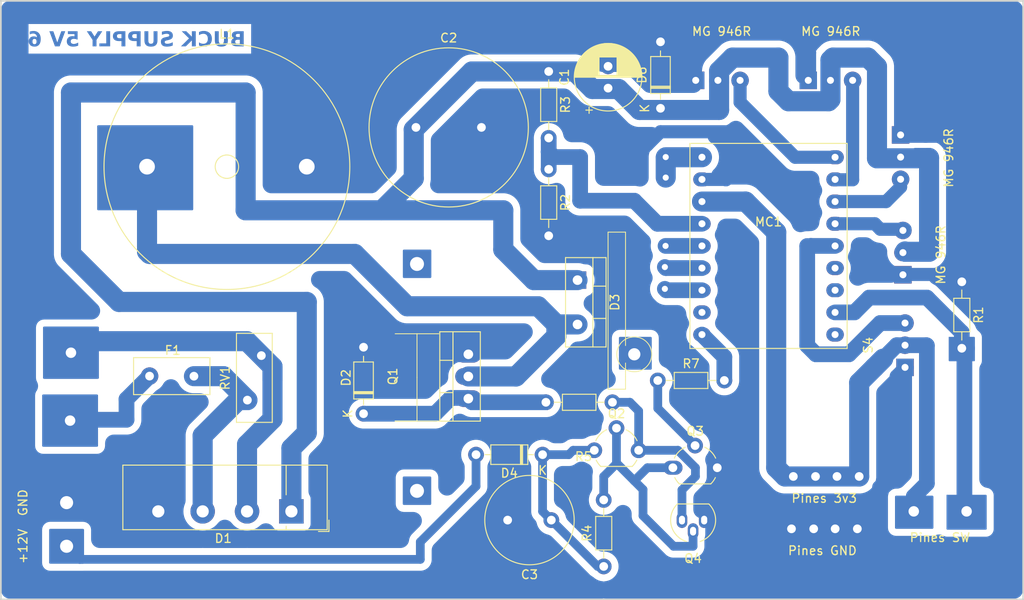
<source format=kicad_pcb>
(kicad_pcb (version 20240108) (generator "pcbnew") (generator_version "8.0")
  (title_block (title "PCB Fuente Conmutada ") (date "10/06/2024"))
  (layers (0 "F.Cu" signal) (31 "B.Cu" signal) (34 "B.Paste" user) (35 "F.Paste" user) (36 "B.SilkS" user "B.Silkscreen") (37 "F.SilkS" user "F.Silkscreen") (38 "B.Mask" user) (39 "F.Mask" user) (44 "Edge.Cuts" user))
  (net 0 "")
  (net 1 "Net-(MC1-GP7)")
  (net 2 "Vout")
  (net 3 "unconnected-(MC1-GP28-Pad19)")
  (net 4 "PWM 12V")
  (net 5 "unconnected-(MC1-5V-Pad22)")
  (net 6 "unconnected-(MC1-GP27-Pad18)")
  (net 8 "GP1")
  (net 12 "GP3")
  (net 13 "unconnected-(MC1-GP26-Pad17)")
  (net 14 "PWM")
  (net 15 "GP2")
  (net 16 "VAC")
  (net 17 "GND")
  (net 18 "Net-(D3-A)")
  (net 19 "+3V3")
  (net 20 "Net-(D1-Pad2)")
  (net 21 "Net-(D1-Pad3)")
  (net 22 "Dis2")
  (net 23 "dis1")
  (net 24 "dis3")
  (net 25 "GP0")
  (net 26 "Vref")
  (net 27 "GP4")
  (net 28 "Net-(Q2-E)")
  (net 29 "Net-(Q2-B)")
  (net 30 "Net-(Q3-B)")
  (net 31 "Net-(D4-A)")
  (net 32 "Net-(D4-K)")
  (net 33 "+3.3V")
  (footprint "Disipadores:Disipador MOSFET" (layer "F.Cu") (at 124.12066 137.15)
    (property "Reference" "REF**" (hide yes))
    (property "Value" "Disipador MOSFET")
    (pad "1" thru_hole circle (at 0 -4.5) (size 2.5 2.5) (drill 1.6) (layers "*.Cu" "*.Mask") (net 23 "dis1"))
    (pad "2" thru_hole circle (at 0 -30.5) (size 2.5 2.5) (drill 1.6) (layers "*.Cu" "*.Mask") (net 22 "Dis2"))
  )
  (footprint "Diode_THT:D_DO-35_SOD27_P7.62mm_Horizontal" (layer "F.Cu") (at 152 88.81 90)
    (property "Reference" "D6" (at 3.81 -2.12 90) (layer "F.SilkS"))
    (property "Value" "D_Zener")
    (fp_text user "K" (at 0 -1.8 90) (layer "F.SilkS"))
    (pad "1" thru_hole rect (at 0 0 90) (size 1.8 1.8) (drill 1) (layers "*.Cu" "*.Mask") (net 2 "Vout"))
    (pad "2" thru_hole oval (at 7.62 0 90) (size 1.8 1.8) (drill 1) (layers "*.Cu" "*.Mask") (net 17 "GND"))
  )
  (footprint "Package_TO_SOT_THT:TO-92_Wide" (layer "F.Cu") (at 144.42 128)
    (property "Reference" "Q2" (at 2.55 -4.19 0) (layer "F.SilkS"))
    (property "Value" "BC548")
    (pad "1" thru_hole oval (at 0 0) (size 1.8 1.8) (drill 1) (layers "*.Cu" "*.Mask") (net 32 "Net-(D4-K)"))
    (pad "2" thru_hole circle (at 2.54 -2.54) (size 1.8 1.8) (drill 1) (layers "*.Cu" "*.Mask") (net 29 "Net-(Q2-B)"))
    (pad "3" thru_hole circle (at 5.08 0) (size 1.8 1.8) (drill 1) (layers "*.Cu" "*.Mask") (net 28 "Net-(Q2-E)"))
  )
  (footprint "" (layer "F.Cu") (at 187.05 135)
    (property "Reference" "" (at 0 0 0) (layer "F.SilkS") (effects (font (size 1.27 1.27))))
    (property "Value" "")
    (pad "1" thru_hole circle (at 0 0) (size 2 2) (drill 1.2) (layers "*.Cu" "*.Mask") (net 1 "Net-(MC1-GP7)"))
  )
  (footprint "Resistor_THT:R_Axial_DIN0204_L3.6mm_D1.6mm_P7.62mm_Horizontal" (layer "F.Cu") (at 145.5 141.31 90)
    (property "Reference" "R4" (at 3.81 -1.92 90) (layer "F.SilkS"))
    (property "Value" "470")
    (pad "1" thru_hole circle (at 0 0 90) (size 1.8 1.8) (drill 1) (layers "*.Cu" "*.Mask") (net 32 "Net-(D4-K)"))
    (pad "2" thru_hole oval (at 7.62 0 90) (size 1.8 1.8) (drill 1) (layers "*.Cu" "*.Mask") (net 29 "Net-(Q2-B)"))
  )
  (footprint "" (layer "F.Cu") (at 84.4 124.6)
    (property "Reference" "" (at 0 0 0) (layer "F.SilkS") (effects (font (size 1.27 1.27))))
    (property "Value" "")
    (pad "1" thru_hole circle (at 0 0) (size 3 3) (drill 1.2) (layers "*.Cu" "*.Mask") (net 16 "VAC"))
  )
  (footprint "" (layer "F.Cu") (at 84 134 -90)
    (property "Reference" "" (at 0 0 90) (layer "F.SilkS") (effects (font (size 1.27 1.27))))
    (property "Value" "")
    (pad "1" thru_hole circle (at 0 0 270) (size 3 3) (drill 1.5) (layers "*.Cu" "*.Mask") (net 17 "GND"))
  )
  (footprint "Capacitor_THT:C_Radial_D10.0mm_H20.0mm_P5.00mm" (layer "F.Cu") (at 139.5 136 180)
    (property "Reference" "C3" (at 2.5 -6.25 0) (layer "F.SilkS"))
    (property "Value" "C")
    (pad "1" thru_hole circle (at 0 0 180) (size 1.8 1.8) (drill 1) (layers "*.Cu" "*.Mask") (net 32 "Net-(D4-K)"))
    (pad "2" thru_hole circle (at 5 0 180) (size 1.8 1.8) (drill 1) (layers "*.Cu" "*.Mask") (net 17 "GND"))
  )
  (footprint "Resistor_THT:R_Axial_DIN0204_L3.6mm_D1.6mm_P7.62mm_Horizontal" (layer "F.Cu") (at 146.5 122.5 180)
    (property "Reference" "R5" (at 3.31 -6.22 0) (layer "F.SilkS"))
    (property "Value" "47")
    (pad "1" thru_hole circle (at 0 0 180) (size 1.8 1.8) (drill 1) (layers "*.Cu" "*.Mask") (net 28 "Net-(Q2-E)"))
    (pad "2" thru_hole oval (at 7.62 0 180) (size 1.8 1.8) (drill 1) (layers "*.Cu" "*.Mask") (net 4 "PWM 12V"))
  )
  (footprint "TerminalBlock:TerminalBlock_Xinya_XY308-2.54-3P_1x03_P2.54mm_Horizontal" (layer "F.Cu") (at 156.17 85.35)
    (property "Reference" "S1" (hide yes))
    (property "Value" "terminal" (hide yes))
    (pad "1" thru_hole rect (at -0.137 0.259) (size 2 2) (drill 0.8) (layers "*.Cu" "*.Mask") (net 17 "GND"))
    (pad "2" thru_hole circle (at 2.403 0.259) (size 2 2) (drill 0.8) (layers "*.Cu" "*.Mask") (net 2 "Vout"))
    (pad "3" thru_hole circle (at 4.943 0.259) (size 2 2) (drill 0.8) (layers "*.Cu" "*.Mask") (net 25 "GP0"))
  )
  (footprint "Resistor_THT:R_Axial_DIN0204_L3.6mm_D1.6mm_P7.62mm_Horizontal" (layer "F.Cu") (at 139.2 95.8 -90)
    (property "Reference" "R2" (at 3.81 -1.92 90) (layer "F.SilkS"))
    (property "Value" "R")
    (pad "1" thru_hole circle (at 0 0 270) (size 1.8 1.8) (drill 1) (layers "*.Cu" "*.Mask") (net 26 "Vref"))
    (pad "2" thru_hole oval (at 7.62 0 270) (size 1.8 1.8) (drill 1) (layers "*.Cu" "*.Mask") (net 17 "GND"))
  )
  (footprint "Package_TO_SOT_THT:TO-92_Wide" (layer "F.Cu") (at 153.42 130)
    (property "Reference" "Q3" (at 2.55 -4.19 0) (layer "F.SilkS"))
    (property "Value" "BC548")
    (pad "1" thru_hole oval (at 0 0) (size 2.2 1.6) (drill 1) (layers "*.Cu" "*.Mask") (net 29 "Net-(Q2-B)"))
    (pad "2" thru_hole circle (at 2.54 -2.54) (size 1.8 1.8) (drill 1) (layers "*.Cu" "*.Mask") (net 30 "Net-(Q3-B)"))
    (pad "3" thru_hole circle (at 5.08 0) (size 1.8 1.8) (drill 1) (layers "*.Cu" "*.Mask") (net 17 "GND"))
  )
  (footprint "Inductor_THT:L_Radial_D27.9mm_P18.29mm_Vishay_IHB-3" (layer "F.Cu") (at 93.21 95.5)
    (property "Reference" "L1" (at 9.145 -15.2 0) (layer "F.SilkS"))
    (property "Value" "L" (hide yes))
    (pad "1" thru_hole circle (at 0 0) (size 3.6 3.6) (drill 1.8) (layers "*.Cu" "*.Mask") (net 18 "Net-(D3-A)"))
    (pad "2" thru_hole circle (at 18.29 0) (size 3.6 3.6) (drill 1.8) (layers "*.Cu" "*.Mask") (net 17 "GND"))
  )
  (footprint "Package_TO_SOT_THT:TO-220-2_Vertical" (layer "F.Cu") (at 142.5 108.5 -90)
    (property "Reference" "D3" (at 2.54 -4.27 90) (layer "F.SilkS"))
    (property "Value" "MBR745")
    (pad "1" thru_hole rect (at 0 0 270) (size 2 2) (drill 1.1) (layers "*.Cu" "*.Mask") (net 2 "Vout"))
    (pad "2" thru_hole oval (at 5.08 0 270) (size 2 2) (drill 1.1) (layers "*.Cu" "*.Mask") (net 18 "Net-(D3-A)"))
  )
  (footprint "Diode_THT:D_DO-35_SOD27_P7.62mm_Horizontal" (layer "F.Cu") (at 118 123.81 90)
    (property "Reference" "D2" (at 4.12 -2 90) (layer "F.SilkS"))
    (property "Value" "D_Zener")
    (fp_text user "K" (at 0 -1.8 90) (layer "F.SilkS"))
    (pad "1" thru_hole circle (at 0 0 90) (size 1.8 1.8) (drill 1) (layers "*.Cu" "*.Mask") (net 4 "PWM 12V"))
    (pad "2" thru_hole circle (at 7.62 0 90) (size 1.8 1.8) (drill 1) (layers "*.Cu" "*.Mask") (net 17 "GND"))
  )
  (footprint "TerminalBlock:TerminalBlock_Xinya_XY308-2.54-3P_1x03_P2.54mm_Horizontal" (layer "F.Cu") (at 180 118.5 90)
    (property "Reference" "S4" (at 2.54 -4.22 90) (layer "F.SilkS"))
    (property "Value" "SG90")
    (pad "1" thru_hole rect (at 0 0 90) (size 2 2) (drill 0.8) (layers "*.Cu" "*.Mask") (net 17 "GND"))
    (pad "2" thru_hole circle (at 2.54 0 90) (size 2 2) (drill 0.8) (layers "*.Cu" "*.Mask") (net 33 "+3.3V"))
    (pad "3" thru_hole circle (at 5.08 0 90) (size 2 2) (drill 0.8) (layers "*.Cu" "*.Mask") (net 27 "GP4"))
  )
  (footprint "TerminalBlock:TerminalBlock_Xinya_XY308-2.54-3P_1x03_P2.54mm_Horizontal" (layer "F.Cu") (at 180.25 92 -90)
    (property "Reference" "S3" (hide yes))
    (property "Value" "terminal" (hide yes))
    (pad "1" thru_hole rect (at -0.137 0.759 270) (size 2 2) (drill 0.8) (layers "*.Cu" "*.Mask") (net 17 "GND"))
    (pad "2" thru_hole circle (at 2.403 0.759 270) (size 2 2) (drill 0.8) (layers "*.Cu" "*.Mask") (net 2 "Vout"))
    (pad "3" thru_hole circle (at 4.943 0.759 270) (size 2 2) (drill 0.8) (layers "*.Cu" "*.Mask") (net 15 "GP2"))
  )
  (footprint "rp2040-zero:RP2040-Zero" (layer "F.Cu") (at 155.37 116.33)
    (property "Reference" "MC1" (at 9 -14.5 0) (layer "F.SilkS"))
    (property "Value" "RP2040-Zero")
    (pad "1" thru_hole oval (at 16.62 -21.91) (size 2 1.6) (drill 0.8) (layers "*.Cu" "*.Mask") (net 25 "GP0"))
    (pad "2" thru_hole oval (at 16.62 -19.37) (size 2 1.6) (drill 0.8) (layers "*.Cu" "*.Mask") (net 8 "GP1"))
    (pad "3" thru_hole oval (at 16.62 -16.83) (size 2 1.6) (drill 0.8) (layers "*.Cu" "*.Mask") (net 15 "GP2"))
    (pad "4" thru_hole oval (at 16.62 -14.29) (size 2 1.6) (drill 0.8) (layers "*.Cu" "*.Mask") (net 12 "GP3"))
    (pad "5" thru_hole oval (at 16.62 -11.75) (size 2 1.6) (drill 0.8) (layers "*.Cu" "*.Mask") (net 27 "GP4"))
    (pad "6" thru_hole oval (at 16.62 -9.21) (size 2 1.6) (drill 0.8) (layers "*.Cu" "*.Mask"))
    (pad "7" thru_hole oval (at 16.62 -6.67) (size 2 1.6) (drill 0.8) (layers "*.Cu" "*.Mask"))
    (pad "8" thru_hole oval (at 16.62 -4.13) (size 2 1.6) (drill 0.8) (layers "*.Cu" "*.Mask") (net 1 "Net-(MC1-GP7)"))
    (pad "9" thru_hole oval (at 16.62 -1.59) (size 2 1.6) (drill 0.8) (layers "*.Cu" "*.Mask"))
    (pad "15" thru_hole oval (at 1.38 -1.59) (size 2 1.6) (drill 0.8) (layers "*.Cu" "*.Mask") (net 14 "PWM"))
    (pad "16" thru_hole oval (at 1.38 -4.13) (size 2 1.6) (drill 0.8) (layers "*.Cu" "*.Mask"))
    (pad "17" thru_hole oval (at 1.38 -6.67) (size 2 1.6) (drill 0.8) (layers "*.Cu" "*.Mask") (net 13 "unconnected-(MC1-GP26-Pad17)"))
    (pad "18" thru_hole oval (at 1.38 -9.21) (size 2 1.6) (drill 0.8) (layers "*.Cu" "*.Mask") (net 6 "unconnected-(MC1-GP27-Pad18)"))
    (pad "19" thru_hole oval (at 1.38 -11.75) (size 2 1.6) (drill 0.8) (layers "*.Cu" "*.Mask") (net 3 "unconnected-(MC1-GP28-Pad19)"))
    (pad "20" thru_hole oval (at 1.38 -14.29) (size 2 1.6) (drill 0.8) (layers "*.Cu" "*.Mask") (net 26 "Vref"))
    (pad "21" thru_hole oval (at 1.38 -16.83) (size 2 1.6) (drill 0.8) (layers "*.Cu" "*.Mask") (net 19 "+3V3"))
    (pad "22" thru_hole oval (at 1.38 -21.91) (size 2 1.6) (drill 0.8) (layers "*.Cu" "*.Mask") (net 5 "unconnected-(MC1-5V-Pad22)"))
    (pad "23" thru_hole oval (at 1.38 -19.37) (size 2 1.6) (drill 0.8) (layers "*.Cu" "F.Mask") (net 17 "GND"))
  )
  (footprint "TerminalBlock:TerminalBlock_Xinya_XY308-2.54-3P_1x03_P2.54mm_Horizontal" (layer "F.Cu") (at 180 107.75 90)
    (property "Reference" "S0" (hide yes))
    (property "Value" "Terminal" (hide yes))
    (pad "1" thru_hole rect (at -0.137 -0.241 90) (size 2 2) (drill 0.8) (layers "*.Cu" "*.Mask") (net 17 "GND"))
    (pad "2" thru_hole circle (at 2.403 -0.241 90) (size 2 2) (drill 0.8) (layers "*.Cu" "*.Mask") (net 2 "Vout"))
    (pad "3" thru_hole circle (at 4.943 -0.241 90) (size 2 2) (drill 0.8) (layers "*.Cu" "*.Mask") (net 12 "GP3"))
  )
  (footprint "" (layer "F.Cu") (at 84.5 116.82)
    (property "Reference" "" (at 0 0 0) (layer "F.SilkS") (effects (font (size 1.27 1.27))))
    (property "Value" "")
    (pad "1" thru_hole circle (at 0 0) (size 3 3) (drill 1.2) (layers "*.Cu" "*.Mask") (net 20 "Net-(D1-Pad2)"))
  )
  (footprint "TerminalBlock:TerminalBlock_Xinya_XY308-2.54-3P_1x03_P2.54mm_Horizontal" (layer "F.Cu") (at 168.557 85.35)
    (property "Reference" "S2" (hide yes))
    (property "Value" "terminal" (hide yes))
    (pad "1" thru_hole rect (at 0.363 0.259) (size 2 2) (drill 0.8) (layers "*.Cu" "*.Mask") (net 17 "GND"))
    (pad "2" thru_hole circle (at 2.903 0.259) (size 2 2) (drill 0.8) (layers "*.Cu" "*.Mask") (net 2 "Vout"))
    (pad "3" thru_hole circle (at 5.443 0.259) (size 2 2) (drill 0.8) (layers "*.Cu" "*.Mask") (net 8 "GP1"))
  )
  (footprint "Capacitor_THT:CP_Radial_D7.5mm_P2.50mm" (layer "F.Cu") (at 146 86.5 90)
    (property "Reference" "C1" (at 1.25 -5 90) (layer "F.SilkS"))
    (property "Value" "C")
    (pad "1" thru_hole rect (at 0 0 90) (size 1.8 1.8) (drill 1) (layers "*.Cu" "*.Mask") (net 2 "Vout"))
    (pad "2" thru_hole circle (at 2.5 0 90) (size 1.8 1.8) (drill 1) (layers "*.Cu" "*.Mask") (net 17 "GND"))
  )
  (footprint "Resistor_THT:R_Axial_DIN0204_L3.6mm_D1.6mm_P7.62mm_Horizontal" (layer "F.Cu") (at 139.2 84.59 -90)
    (property "Reference" "R3" (at 3.81 -1.92 90) (layer "F.SilkS"))
    (property "Value" "R")
    (pad "1" thru_hole circle (at 0 0 270) (size 1.8 1.8) (drill 1) (layers "*.Cu" "*.Mask") (net 2 "Vout"))
    (pad "2" thru_hole oval (at 7.62 0 270) (size 1.8 1.8) (drill 1) (layers "*.Cu" "*.Mask") (net 26 "Vref"))
  )
  (footprint "Package_TO_SOT_THT:TO-92_HandSolder" (layer "F.Cu") (at 157 136 180)
    (property "Reference" "Q4" (at 1.27 -4.4 180) (layer "F.SilkS"))
    (property "Value" "BC558")
    (pad "1" thru_hole oval (at 0 0 180) (size 1.2 1.8) (drill oval 0.7 1) (layers "*.Cu" "*.Mask") (net 17 "GND"))
    (pad "2" thru_hole oval (at 1.27 -1.27 180) (size 1.2 1.8) (drill oval 0.7 1) (layers "*.Cu" "*.Mask") (net 29 "Net-(Q2-B)"))
    (pad "3" thru_hole oval (at 2.54 0 180) (size 1.2 1.8) (drill oval 0.7 1) (layers "*.Cu" "*.Mask") (net 28 "Net-(Q2-E)"))
  )
  (footprint "Fuse:Fuse_Littelfuse_395Series" (layer "F.Cu") (at 93.5 119.5)
    (property "Reference" "F1" (at 2.65 -2.95 0) (layer "F.SilkS"))
    (property "Value" "Fuse")
    (pad "1" thru_hole circle (at 0 0) (size 2 2) (drill 1) (layers "*.Cu" "*.Mask") (net 16 "VAC"))
    (pad "2" thru_hole circle (at 5.08 0.01) (size 2 2) (drill 1) (layers "*.Cu" "*.Mask") (net 21 "Net-(D1-Pad3)"))
  )
  (footprint "Resistor_THT:R_Axial_DIN0204_L3.6mm_D1.6mm_P7.62mm_Horizontal" (layer "F.Cu") (at 151.69 120)
    (property "Reference" "R7" (at 3.81 -1.92 0) (layer "F.SilkS"))
    (property "Value" "4k7")
    (pad "1" thru_hole circle (at 0 0) (size 1.8 1.8) (drill 1) (layers "*.Cu" "*.Mask") (net 30 "Net-(Q3-B)"))
    (pad "2" thru_hole oval (at 7.62 0) (size 1.8 1.8) (drill 1) (layers "*.Cu" "*.Mask") (net 14 "PWM"))
  )
  (footprint "TerminalBlock:TerminalBlock_Xinya_XY308-2.54-3P_1x03_P2.54mm_Horizontal" (layer "F.Cu") (at 181 135)
    (property "Reference" "pines" (hide yes))
    (property "Value" "Terminal" (hide yes))
    (pad "1" thru_hole circle (at 0 0) (size 2 2) (drill 1.2) (layers "*.Cu" "*.Mask") (net 19 "+3V3"))
  )
  (footprint "Diode_THT:Diode_Bridge_Vishay_KBU" (layer "F.Cu") (at 109.74 135 180)
    (property "Reference" "D1" (at 7.8 -3.1 0) (layer "F.SilkS"))
    (property "Value" "KBU6M")
    (pad "1" thru_hole rect (at 0 0 180) (size 2.8 2.8) (drill 1.4) (layers "*.Cu" "*.Mask") (net 2 "Vout"))
    (pad "2" thru_hole circle (at 5.08 0 180) (size 2.8 2.8) (drill 1.4) (layers "*.Cu" "*.Mask") (net 20 "Net-(D1-Pad2)"))
    (pad "3" thru_hole circle (at 10.16 0 180) (size 2.8 2.8) (drill 1.4) (layers "*.Cu" "*.Mask") (net 21 "Net-(D1-Pad3)"))
    (pad "4" thru_hole circle (at 15.24 0 180) (size 2.8 2.8) (drill 1.4) (layers "*.Cu" "*.Mask") (net 17 "GND"))
  )
  (footprint "TerminalBlock:TerminalBlock_Xinya_XY308-2.54-3P_1x03_P2.54mm_Horizontal" (layer "F.Cu") (at 167.21 131)
    (property "Reference" "Pines 3v3" (at 3.54 2.5 0) (layer "F.SilkS"))
    (property "Value" "Terminal" (hide yes))
    (pad "1" thru_hole circle (at 0 0) (size 2 2) (drill 1) (layers "*.Cu" "*.Mask") (net 19 "+3V3"))
    (pad "1" thru_hole circle (at 2.54 0) (size 2 2) (drill 1) (layers "*.Cu" "*.Mask") (net 19 "+3V3"))
    (pad "1" thru_hole circle (at 5 0) (size 2 2) (drill 1) (layers "*.Cu" "*.Mask") (net 19 "+3V3"))
    (pad "1" thru_hole circle (at 7.54 0) (size 2 2) (drill 1) (layers "*.Cu" "*.Mask") (net 19 "+3V3"))
  )
  (footprint "Package_TO_SOT_THT:TO-220-3_Vertical" (layer "F.Cu") (at 130 122.08 90)
    (property "Reference" "Q1" (at 2.54 -8.64934 90) (layer "F.SilkS"))
    (property "Value" "IRF840N")
    (pad "1" thru_hole oval (at 0 0 90) (size 1.905 3) (drill 1.1) (layers "*.Cu" "*.Mask") (net 4 "PWM 12V"))
    (pad "2" thru_hole oval (at 2.54 0 90) (size 1.905 3) (drill 1.1) (layers "*.Cu" "*.Mask") (net 18 "Net-(D3-A)"))
    (pad "3" thru_hole oval (at 5.08 0 90) (size 1.905 3) (drill 1.1) (layers "*.Cu" "*.Mask") (net 17 "GND"))
  )
  (footprint "Fuse:Fuse_BelFuse_0ZRE0016FF_L9.9mm_W3.8mm" (layer "F.Cu") (at 104.7 122.25 90)
    (property "Reference" "RV1" (at 2.54 -2.54 90) (layer "F.SilkS"))
    (property "Value" "Varistor")
    (pad "1" thru_hole circle (at 0 0 90) (size 1.8 1.8) (drill 1) (layers "*.Cu" "*.Mask") (net 21 "Net-(D1-Pad3)"))
    (pad "2" thru_hole circle (at 5.1 1.6 90) (size 1.8 1.8) (drill 1) (layers "*.Cu" "*.Mask") (net 20 "Net-(D1-Pad2)"))
  )
  (footprint "Resistor_THT:R_Axial_DIN0204_L3.6mm_D1.6mm_P7.62mm_Horizontal" (layer "F.Cu") (at 186.5 108.69 -90)
    (property "Reference" "R1" (at 3.81 -1.92 -90) (layer "F.SilkS"))
    (property "Value" "R Pull Down")
    (pad "1" thru_hole circle (at 0 0 270) (size 1.8 1.8) (drill 1) (layers "*.Cu" "*.Mask") (net 17 "GND"))
    (pad "2" thru_hole oval (at 7.62 0 270) (size 1.8 1.8) (drill 1) (layers "*.Cu" "*.Mask") (net 1 "Net-(MC1-GP7)"))
  )
  (footprint "Disipadores:Disipador Shotkky" (layer "F.Cu") (at 147 100.5 180)
    (property "Reference" "REF**" (hide yes))
    (property "Value" "Disipador Shotkky")
    (pad "1" thru_hole circle (at -2 -16.5 180) (size 2.5 2.5) (drill 1.4) (layers "*.Cu" "*.Mask") (net 24 "dis3"))
  )
  (footprint "Diode_THT:D_DO-35_SOD27_P7.62mm_Horizontal" (layer "F.Cu") (at 138.5 128.5 180)
    (property "Reference" "D4" (at 3.81 -2.12 0) (layer "F.SilkS"))
    (property "Value" "1N4007")
    (fp_text user "K" (at 0 -1.8 0) (layer "F.SilkS"))
    (pad "1" thru_hole circle (at 0 0 180) (size 1.8 1.8) (drill 1) (layers "*.Cu" "*.Mask") (net 32 "Net-(D4-K)"))
    (pad "2" thru_hole circle (at 7.62 0 180) (size 1.8 1.8) (drill 1) (layers "*.Cu" "*.Mask") (net 31 "Net-(D4-A)"))
  )
  (footprint "Capacitor_THT:C_Radial_D18.0mm_H35.5mm_P7.50mm" (layer "F.Cu") (at 124 91)
    (property "Reference" "C2" (at 3.75 -10.25 0) (layer "F.SilkS"))
    (property "Value" "C")
    (pad "1" thru_hole circle (at 0 0) (size 2 2) (drill 1) (layers "*.Cu" "*.Mask") (net 2 "Vout"))
    (pad "2" thru_hole circle (at 7.5 0) (size 2 2) (drill 1) (layers "*.Cu" "*.Mask") (net 17 "GND"))
  )
  (footprint "" (layer "F.Cu") (at 84 139 -90)
    (property "Reference" "" (at 0 0 90) (layer "F.SilkS") (effects (font (size 1.27 1.27))))
    (property "Value" "")
    (pad "1" thru_hole circle (at 0 0 270) (size 3 3) (drill 1.5) (layers "*.Cu" "*.Mask") (net 31 "Net-(D4-A)"))
  )
  (footprint "TerminalBlock:TerminalBlock_Xinya_XY308-2.54-3P_1x03_P2.54mm_Horizontal" (layer "F.Cu") (at 167 137)
    (property "Reference" "Pines GND" (at 3.54 2.5 0) (layer "F.SilkS"))
    (property "Value" "Terminal" (hide yes))
    (pad "1" thru_hole circle (at 0 0) (size 2 2) (drill 1) (layers "*.Cu" "*.Mask") (net 17 "GND"))
    (pad "1" thru_hole circle (at 2.54 0) (size 2 2) (drill 1) (layers "*.Cu" "*.Mask") (net 17 "GND"))
    (pad "1" thru_hole circle (at 5 0) (size 2 2) (drill 1) (layers "*.Cu" "*.Mask") (net 17 "GND"))
    (pad "1" thru_hole circle (at 7.54 0) (size 2 2) (drill 1) (layers "*.Cu" "*.Mask") (net 17 "GND"))
  )
  (gr_rect (start 185.1 115.1) (end 187.9 117.7) (stroke (width 0.2)) (fill none) (layer "B.Cu") (net 1))
  (gr_rect (start 184.85 133.2) (end 189.25 137) (stroke (width 0.2)) (fill none) (layer "B.Cu") (net 1))
  (gr_rect (start 76.475 76.5) (end 193.525 145.1) (stroke (width 0.2)) (fill none) (layer "Edge.Cuts"))
  (gr_text "BUCK SUPPLY 5V 6A" (at 104.5 82 0) (layer "B.Cu") (effects (font (size 1.7 1.7) (thickness 0.3) (bold yes)) (justify left bottom mirror)))
  (gr_text "GND\n" (at 79 134 90) (layer "F.SilkS") (effects (font (size 1 1))))
  (gr_text "MG 946R" (at 184.1 105.6 90) (layer "F.SilkS") (effects (font (size 1 1))))
  (gr_text "MG 946R" (at 185 94.5 90) (layer "F.SilkS") (effects (font (size 1 1))))
  (gr_text "MG 946R" (at 171.5 80 0) (layer "F.SilkS") (effects (font (size 1 1))))
  (gr_text "MG 946R" (at 159 80 0) (layer "F.SilkS") (effects (font (size 1 1))))
  (gr_text "+12V" (at 79 139 90) (layer "F.SilkS") (effects (font (size 1 1))))
  (gr_text "Pines SW" (at 184 138 0) (layer "F.SilkS") (effects (font (size 1 1))))
  (segment (start 187.05 135) (end 186.8 134.75) (width 1.8) (layer "B.Cu") (net 1))
  (segment (start 186.8 117.01) (end 186.6 116.81) (width 1.8) (layer "B.Cu") (net 1))
  (segment (start 186.5 114.5) (end 186.5 116.31) (width 1.8) (layer "B.Cu") (net 1))
  (segment (start 186.6 116.81) (end 187.1 116.31) (width 1.8) (layer "B.Cu") (net 1))
  (segment (start 171.99 112.2) (end 174.2 112.2) (width 1.8) (layer "B.Cu") (net 1))
  (segment (start 174.2 112.2) (end 175.9 110.5) (width 1.8) (layer "B.Cu") (net 1))
  (segment (start 186.8 134.75) (end 186.8 117.01) (width 1.8) (layer "B.Cu") (net 1))
  (segment (start 182.6 110.6) (end 186.5 114.5) (width 1.8) (layer "B.Cu") (net 1))
  (segment (start 175.9 110.5) (end 182.5 110.5) (width 1.8) (layer "B.Cu") (net 1))
  (segment (start 182.5 110.5) (end 182.6 110.6) (width 1.8) (layer "B.Cu") (net 1))
  (segment (start 171.46 87.79) (end 171.46 83.29) (width 2.3) (layer "B.Cu") (net 2))
  (segment (start 120.1 100.5) (end 134 100.5) (width 2.3) (layer "B.Cu") (net 2))
  (segment (start 111.5 111) (end 111.5 126) (width 2.3) (layer "B.Cu") (net 2))
  (segment (start 176.79 84.04) (end 176.79 94.54) (width 2.3) (layer "B.Cu") (net 2))
  (segment (start 142.19 84.59) (end 144.2 86.6) (width 2.3) (layer "B.Cu") (net 2))
  (segment (start 134 100.5) (end 134 105) (width 2.3) (layer "B.Cu") (net 2))
  (segment (start 171.25 88) (end 171.46 87.79) (width 2.3) (layer "B.Cu") (net 2))
  (segment (start 104.5 87) (end 84.5 87) (width 2.3) (layer "B.Cu") (net 2))
  (segment (start 149.6 89) (end 158.71 89) (width 2.3) (layer "B.Cu") (net 2))
  (segment (start 120.1 100.5) (end 123.75 96.85) (width 2.3) (layer "B.Cu") (net 2))
  (segment (start 139.2 84.59) (end 142.19 84.59) (width 2.3) (layer "B.Cu") (net 2))
  (segment (start 171.46 83.29) (end 171.75 83) (width 2.3) (layer "B.Cu") (net 2))
  (segment (start 181.29 94.54) (end 181.33 94.5) (width 2.3) (layer "B.Cu") (net 2))
  (segment (start 158.71 84.54) (end 160.25 83) (width 2.3) (layer "B.Cu") (net 2))
  (segment (start 123.75 96.85) (end 123.75 91.25) (width 2.3) (layer "B.Cu") (net 2))
  (segment (start 130.41 84.59) (end 139.2 84.59) (width 2.3) (layer "B.Cu") (net 2))
  (segment (start 137.5 108.5) (end 142.5 108.5) (width 2.3) (layer "B.Cu") (net 2))
  (segment (start 84.5 105.5) (end 90 111) (width 2.3) (layer "B.Cu") (net 2))
  (segment (start 90 111) (end 111.5 111) (width 2.3) (layer "B.Cu") (net 2))
  (segment (start 104.5 100.5) (end 104.5 87) (width 2.3) (layer "B.Cu") (net 2))
  (segment (start 181.33 94.5) (end 182.75 94.5) (width 2.3) (layer "B.Cu") (net 2))
  (segment (start 123.75 91.25) (end 130.41 84.59) (width 2.3) (layer "B.Cu") (net 2))
  (segment (start 182.75 94.5) (end 182.75 105.25) (width 2.3) (layer "B.Cu") (net 2))
  (segment (start 147.2 86.6) (end 149.6 89) (width 2.3) (layer "B.Cu") (net 2))
  (segment (start 158.71 89) (end 158.71 84.54) (width 2.3) (layer "B.Cu") (net 2))
  (segment (start 176.79 94.54) (end 181.29 94.54) (width 2.3) (layer "B.Cu") (net 2))
  (segment (start 134 105) (end 137.5 108.5) (width 2.3) (layer "B.Cu") (net 2))
  (segment (start 120.1 100.5) (end 104.5 100.5) (width 2.3) (layer "B.Cu") (net 2))
  (segment (start 160.25 83) (end 165.5 83) (width 2.3) (layer "B.Cu") (net 2))
  (segment (start 166.655 88) (end 171.25 88) (width 2.3) (layer "B.Cu") (net 2))
  (segment (start 182.75 105.25) (end 180.04 105.25) (width 2.3) (layer "B.Cu") (net 2))
  (segment (start 180.04 105.25) (end 180 105.21) (width 2.3) (layer "B.Cu") (net 2))
  (segment (start 165.5 83) (end 165.5 86.845) (width 2.3) (layer "B.Cu") (net 2))
  (segment (start 84.5 87) (end 84.5 105.5) (width 2.3) (layer "B.Cu") (net 2))
  (segment (start 171.75 83) (end 175.75 83) (width 2.3) (layer "B.Cu") (net 2))
  (segment (start 165.5 86.845) (end 166.655 88) (width 2.3) (layer "B.Cu") (net 2))
  (segment (start 111.5 126) (end 109.74 127.76) (width 2.3) (layer "B.Cu") (net 2))
  (segment (start 144.2 86.6) (end 147.2 86.6) (width 2.3) (layer "B.Cu") (net 2))
  (segment (start 175.75 83) (end 176.79 84.04) (width 2.3) (layer "B.Cu") (net 2))
  (segment (start 109.74 127.76) (end 109.74 135) (width 2.3) (layer "B.Cu") (net 2))
  (via (at 152.58 104.58) (size 1.6) (drill 0.7) (layers "F.Cu" "B.Cu") (net 3))
  (segment (start 152.58 104.58) (end 156.75 104.58) (width 1.8) (layer "B.Cu") (net 3))
  (segment (start 118.12066 123.81) (end 126.19 123.81) (width 1.8) (layer "B.Cu") (net 4))
  (segment (start 130.42 122.5) (end 130 122.08) (width 1.8) (layer "B.Cu") (net 4))
  (segment (start 128 122) (end 129.92 122) (width 1.8) (layer "B.Cu") (net 4))
  (segment (start 129.92 122) (end 130 122.08) (width 1.8) (layer "B.Cu") (net 4))
  (segment (start 126.19 123.81) (end 128 122) (width 1.8) (layer "B.Cu") (net 4))
  (segment (start 138.88 122.5) (end 130.42 122.5) (width 1.8) (layer "B.Cu") (net 4))
  (via (at 152.6 94.4) (size 1.6) (drill 0.7) (layers "F.Cu" "B.Cu") (net 5))
  (via (at 152.6 96.75) (size 1.6) (drill 0.7) (layers "F.Cu" "B.Cu") (net 5))
  (segment (start 152.62 94.42) (end 156.75 94.42) (width 2.3) (layer "B.Cu") (net 5))
  (segment (start 152.6 94.44) (end 152.6 96.75) (width 2.3) (layer "B.Cu") (net 5))
  (via (at 152.5 107) (size 1.6) (drill 0.7) (layers "F.Cu" "B.Cu") (net 6))
  (segment (start 152.62 107.12) (end 156.75 107.12) (width 1.8) (layer "B.Cu") (net 6))
  (segment (start 152.5 107) (end 152.62 107.12) (width 1.8) (layer "B.Cu") (net 6))
  (segment (start 174 85.609) (end 174 97) (width 1.5) (layer "B.Cu") (net 8))
  (segment (start 174 97) (end 172.03 97) (width 1.5) (layer "B.Cu") (net 8))
  (segment (start 172.03 97) (end 171.99 96.96) (width 1.5) (layer "B.Cu") (net 8))
  (segment (start 173.785 85.35) (end 174 85.565) (width 1) (layer "B.Cu") (net 8))
  (segment (start 177.17 102.67) (end 180 102.67) (width 1.5) (layer "B.Cu") (net 12))
  (segment (start 176.54 102.04) (end 177.17 102.67) (width 1.5) (layer "B.Cu") (net 12))
  (segment (start 171.99 102.04) (end 176.54 102.04) (width 1.5) (layer "B.Cu") (net 12))
  (via (at 152.5 109.5) (size 1.6) (drill 0.7) (layers "F.Cu" "B.Cu") (net 13))
  (segment (start 152.66 109.66) (end 152.5 109.5) (width 1.8) (layer "B.Cu") (net 13))
  (segment (start 156.75 109.66) (end 152.66 109.66) (width 1.8) (layer "B.Cu") (net 13))
  (segment (start 159.31 117.3) (end 156.75 114.74) (width 1.8) (layer "B.Cu") (net 14))
  (segment (start 159.31 120) (end 159.31 117.3) (width 1.8) (layer "B.Cu") (net 14))
  (segment (start 179.491 97.839) (end 177.83 99.5) (width 1.5) (layer "B.Cu") (net 15))
  (segment (start 179.491 96.943) (end 179.491 97.839) (width 1.5) (layer "B.Cu") (net 15))
  (segment (start 177.83 99.5) (end 171.99 99.5) (width 1.5) (layer "B.Cu") (net 15))
  (segment (start 90.86 124.5) (end 84.5 124.5) (width 1.8) (layer "B.Cu") (net 16))
  (segment (start 84.5 124.5) (end 84.4 124.6) (width 1.8) (layer "B.Cu") (net 16))
  (segment (start 90.86 122.14) (end 93.5 119.5) (width 1.8) (layer "B.Cu") (net 16))
  (segment (start 90.86 124.5) (end 90.86 122.14) (width 1.8) (layer "B.Cu") (net 16))
  (segment (start 168.92 85.609) (end 168.92 82.42) (width 1.8) (layer "B.Cu") (net 17))
  (segment (start 182.363 91.863) (end 184.863 91.863) (width 1.8) (layer "B.Cu") (net 17))
  (segment (start 152 91.5) (end 150.5 93) (width 1.5) (layer "B.Cu") (net 17))
  (segment (start 159.46 96.96) (end 159.5 97) (width 1.5) (layer "B.Cu") (net 17))
  (segment (start 149.5 94) (end 148 94) (width 1.5) (layer "B.Cu") (net 17))
  (segment (start 156.75 96.96) (end 159.46 96.96) (width 1.5) (layer "B.Cu") (net 17))
  (segment (start 118.81 117) (end 118 116.19) (width 1.8) (layer "B.Cu") (net 17))
  (segment (start 168.92 82.42) (end 168.5 82) (width 1.8) (layer "B.Cu") (net 17))
  (segment (start 180.25 92) (end 180.5 91.75) (width 1) (layer "B.Cu") (net 17))
  (segment (start 179.1 107.85) (end 185.66 107.85) (width 1.5) (layer "B.Cu") (net 17))
  (segment (start 160 91.5) (end 152 91.5) (width 1.5) (layer "B.Cu") (net 17))
  (segment (start 160 96.5) (end 160 91.5) (width 1.5) (layer "B.Cu") (net 17))
  (segment (start 179.491 91.863) (end 182.363 91.863) (width 1.8) (layer "B.Cu") (net 17))
  (segment (start 130 117) (end 118.81 117) (width 1.8) (layer "B.Cu") (net 17))
  (segment (start 184.863 91.863) (end 185 92) (width 1.8) (layer "B.Cu") (net 17))
  (segment (start 179 130.215076) (end 177 132.215076) (width 1.5) (layer "B.Cu") (net 17))
  (segment (start 180 118.5) (end 179 119.5) (width 1.5) (layer "B.Cu") (net 17))
  (segment (start 177 132.215076) (end 177 135.5) (width 1.5) (layer "B.Cu") (net 17))
  (segment (start 179 119.5) (end 179 130.215076) (width 1.5) (layer "B.Cu") (net 17))
  (segment (start 150.5 93) (end 149.5 94) (width 1.5) (layer "B.Cu") (net 17))
  (segment (start 180.25 118.5) (end 180 118.5) (width 1.5) (layer "B.Cu") (net 17))
  (segment (start 159.5 97) (end 160 96.5) (width 1.5) (layer "B.Cu") (net 17))
  (segment (start 140.08 113.58) (end 140.08 114.92) (width 2.3) (layer "B.Cu") (net 18))
  (segment (start 123 111.5) (end 117 105.5) (width 2.3) (layer "B.Cu") (net 18))
  (segment (start 138 111.5) (end 123 111.5) (width 2.3) (layer "B.Cu") (net 18))
  (segment (start 140.08 114.92) (end 135.46 119.54) (width 2.3) (layer "B.Cu") (net 18))
  (segment (start 140.08 113.58) (end 142.5 113.58) (width 2.3) (layer "B.Cu") (net 18))
  (segment (start 140.08 113.58) (end 138 111.5) (width 2.3) (layer "B.Cu") (net 18))
  (segment (start 93.21 105.21) (end 93.21 95.5) (width 2.3) (layer "B.Cu") (net 18))
  (segment (start 135.46 119.54) (end 130 119.54) (width 2.3) (layer "B.Cu") (net 18))
  (segment (start 117 105.5) (end 93.5 105.5) (width 2.3) (layer "B.Cu") (net 18))
  (segment (start 93.5 105.5) (end 93.21 105.21) (width 2.3) (layer "B.Cu") (net 18))
  (segment (start 165.25 103) (end 161.75 99.5) (width 2.3) (layer "B.Cu") (net 19))
  (segment (start 174.75 131) (end 166.25 131) (width 2.3) (layer "B.Cu") (net 19))
  (segment (start 174.75 120.25) (end 176.5 118.5) (width 2.3) (layer "B.Cu") (net 19))
  (segment (start 182.5 131.8) (end 181 133.3) (width 1.8) (layer "B.Cu") (net 19))
  (segment (start 177.5 117.5) (end 179.04 115.96) (width 1.8) (layer "B.Cu") (net 19))
  (segment (start 179.04 115.96) (end 180.25 115.96) (width 1.8) (layer "B.Cu") (net 19))
  (segment (start 166.25 131) (end 165.25 130) (width 2.3) (layer "B.Cu") (net 19))
  (segment (start 165.25 130) (end 165.25 103) (width 2.3) (layer "B.Cu") (net 19))
  (segment (start 182.46 115.96) (end 182.5 116) (width 1.8) (layer "B.Cu") (net 19))
  (segment (start 176.5 118.5) (end 177.5 117.5) (width 2.3) (layer "B.Cu") (net 19))
  (segment (start 180.25 115.96) (end 182.46 115.96) (width 1.8) (layer "B.Cu") (net 19))
  (segment (start 161.75 99.5) (end 156.75 99.5) (width 2.3) (layer "B.Cu") (net 19))
  (segment (start 181 133.3) (end 181 135) (width 1.8) (layer "B.Cu") (net 19))
  (segment (start 174.75 131) (end 174.75 120.25) (width 2.3) (layer "B.Cu") (net 19))
  (segment (start 182.5 116) (end 182.5 131.8) (width 1.8) (layer "B.Cu") (net 19))
  (segment (start 104.66 127.34) (end 104.66 135) (width 2.3) (layer "B.Cu") (net 20))
  (segment (start 107.575 118.425) (end 107.575 124.425) (width 2.3) (layer "B.Cu") (net 20))
  (segment (start 107.575 118.425) (end 104.65 115.5) (width 2.3) (layer "B.Cu") (net 20))
  (segment (start 107.575 120) (end 107.575 118.425) (width 2.3) (layer "B.Cu") (net 20))
  (segment (start 107.575 124.425) (end 104.66 127.34) (width 2.3) (layer "B.Cu") (net 20))
  (segment (start 104.65 115.5) (end 86 115.5) (width 2.3) (layer "B.Cu") (net 20))
  (segment (start 86 115.5) (end 84.68 116.82) (width 2.3) (layer "B.Cu") (net 20))
  (segment (start 99.58 126.32) (end 99.58 135) (width 2.3) (layer "B.Cu") (net 21))
  (segment (start 98.58 119.51) (end 101.96 119.51) (width 2.3) (layer "B.Cu") (net 21))
  (segment (start 101.96 119.51) (end 104.7 122.25) (width 2.3) (layer "B.Cu") (net 21))
  (segment (start 104.7 122.25) (end 103.65 122.25) (width 2.3) (layer "B.Cu") (net 21))
  (segment (start 103.65 122.25) (end 99.58 126.32) (width 2.3) (layer "B.Cu") (net 21))
  (segment (start 161.113 88.113) (end 167.42 94.42) (width 1.5) (layer "B.Cu") (net 25))
  (segment (start 161.25 85.35) (end 161.25 88.25) (width 1) (layer "B.Cu") (net 25))
  (segment (start 167.42 94.42) (end 171.99 94.42) (width 1.5) (layer "B.Cu") (net 25))
  (segment (start 161.113 85.609) (end 161.113 88.113) (width 1.5) (layer "B.Cu") (net 25))
  (segment (start 139.2 93.8) (end 139.2 92.21) (width 1.8) (layer "B.Cu") (net 26))
  (segment (start 156.75 102.04) (end 151.64 102.04) (width 1.8) (layer "B.Cu") (net 26))
  (segment (start 142.8 99.4) (end 142.8 94.4) (width 1.8) (layer "B.Cu") (net 26))
  (segment (start 149 99.4) (end 142.8 99.4) (width 1.8) (layer "B.Cu") (net 26))
  (segment (start 151.64 102.04) (end 149 99.4) (width 1.8) (layer "B.Cu") (net 26))
  (segment (start 139.8 94.4) (end 139.2 93.8) (width 1.8) (layer "B.Cu") (net 26))
  (segment (start 139.2 95.8) (end 139.2 93.8) (width 1.8) (layer "B.Cu") (net 26))
  (segment (start 142.8 94.4) (end 139.8 94.4) (width 1.8) (layer "B.Cu") (net 26))
  (segment (start 180 113.42) (end 177.158428 113.42) (width 1.8) (layer "B.Cu") (net 27))
  (segment (start 177.158428 113.42) (end 173.578428 117) (width 1.8) (layer "B.Cu") (net 27))
  (segment (start 168.8 116) (end 168.8 104.6) (width 1.8) (layer "B.Cu") (net 27))
  (segment (start 169.8 117) (end 168.8 116) (width 1.8) (layer "B.Cu") (net 27))
  (segment (start 173.578428 117) (end 169.8 117) (width 1.8) (layer "B.Cu") (net 27))
  (segment (start 169.22 104.58) (end 171.99 104.58) (width 1.8) (layer "B.Cu") (net 27))
  (segment (start 168.8 104.6) (end 169.2 104.6) (width 1.8) (layer "B.Cu") (net 27))
  (segment (start 169.2 104.6) (end 169.22 104.58) (width 1.8) (layer "B.Cu") (net 27))
  (segment (start 154 128) (end 156 130) (width 1) (layer "B.Cu") (net 28))
  (segment (start 149.5 123.5) (end 148.5 122.5) (width 1) (layer "B.Cu") (net 28))
  (segment (start 148.5 122.5) (end 146.5 122.5) (width 1) (layer "B.Cu") (net 28))
  (segment (start 156 130) (end 156 131) (width 1) (layer "B.Cu") (net 28))
  (segment (start 149.5 128) (end 154 128) (width 1) (layer "B.Cu") (net 28))
  (segment (start 149.5 128) (end 149.5 123.5) (width 1) (layer "B.Cu") (net 28))
  (segment (start 154.46 132.54) (end 154.46 136) (width 1) (layer "B.Cu") (net 28))
  (segment (start 154.46 132.54) (end 156 131) (width 1) (layer "B.Cu") (net 28))
  (segment (start 150 135.5) (end 153.5 139) (width 1) (layer "B.Cu") (net 29))
  (segment (start 147 129.5) (end 146.96 129.46) (width 1) (layer "B.Cu") (net 29))
  (segment (start 153.42 130) (end 150.5 130) (width 1) (layer "B.Cu") (net 29))
  (segment (start 153.5 139) (end 155.73 139) (width 1) (layer "B.Cu") (net 29))
  (segment (start 146.96 129.46) (end 146.96 125.46) (width 1) (layer "B.Cu") (net 29))
  (segment (start 150.5 130) (end 149 131.5) (width 1) (layer "B.Cu") (net 29))
  (segment (start 150 132.5) (end 150 135.5) (width 1) (layer "B.Cu") (net 29))
  (segment (start 145.5 133.69) (end 145.5 131) (width 1) (layer "B.Cu") (net 29))
  (segment (start 145.5 131) (end 147 129.5) (width 1) (layer "B.Cu") (net 29))
  (segment (start 149 131.5) (end 150 132.5) (width 1) (layer "B.Cu") (net 29))
  (segment (start 149 131.5) (end 147 129.5) (width 1) (layer "B.Cu") (net 29))
  (segment (start 155.73 139) (end 155.73 137.27) (width 1) (layer "B.Cu") (net 29))
  (segment (start 151.69 123.19) (end 155.96 127.46) (width 1) (layer "B.Cu") (net 30))
  (segment (start 151.69 123.19) (end 151.69 120) (width 1) (layer "B.Cu") (net 30))
  (segment (start 130.88 128.5) (end 130.88 132.12) (width 1) (layer "B.Cu") (net 31))
  (segment (start 124.5 140.5) (end 85.5 140.5) (width 1) (layer "B.Cu") (net 31))
  (segment (start 124.5 138.5) (end 124.5 140.5) (width 1) (layer "B.Cu") (net 31))
  (segment (start 85.5 140.5) (end 84 139) (width 1) (layer "B.Cu") (net 31))
  (segment (start 130.88 132.12) (end 124.5 138.5) (width 1) (layer "B.Cu") (net 31))
  (segment (start 141.5 128.5) (end 138.5 128.5) (width 1) (layer "B.Cu") (net 32))
  (segment (start 138.5 135) (end 139.5 136) (width 1) (layer "B.Cu") (net 32))
  (segment (start 139.5 136) (end 139 135.5) (width 1) (layer "B.Cu") (net 32))
  (segment (start 139.5 136) (end 144.81 141.31) (width 1) (layer "B.Cu") (net 32))
  (segment (start 144.81 141.31) (end 145.5 141.31) (width 1) (layer "B.Cu") (net 32))
  (segment (start 144.42 128) (end 142 128) (width 1) (layer "B.Cu") (net 32))
  (segment (start 142 128) (end 141.5 128.5) (width 1) (layer "B.Cu") (net 32))
  (segment (start 138.5 128.5) (end 138.5 135) (width 1) (layer "B.Cu") (net 32))
  (zone (net 1) (net_name "Net-(MC1-GP7)") (layer "B.Cu") (name "pin 1 L") (priority 3) (connect_pads yes (clearance 0.7)) (min_thickness 0.25) (fill yes (thermal_gap 0.5) (thermal_bridge_width 0.5))
    (polygon (pts (xy 184.85 133.2) (xy 189.25 133.2) (xy 189.25 137) (xy 184.85 137)))
  )
  (zone (net 23) (net_name "dis1") (layer "B.Cu") (name "pin 1 L") (priority 2) (connect_pads yes (clearance 0)) (min_thickness 0.25) (fill yes (thermal_gap 0.5) (thermal_bridge_width 0.5) (island_removal_mode 1) (island_area_min 10))
    (polygon (pts (xy 122.489706 131) (xy 125.751615 131) (xy 125.751615 134.261909) (xy 122.489706 134.261909)))
  )
  (zone (net 17) (net_name "GND") (layer "B.Cu") (connect_pads yes (clearance 0.8)) (min_thickness 2) (fill yes (thermal_gap 0) (thermal_bridge_width 3))
    (polygon (pts (xy 76.5 76.5) (xy 193.5 76.5) (xy 193.5 145) (xy 76.5 145)))
  )
  (zone (net 18) (net_name "Net-(D3-A)") (layer "B.Cu") (name "pin 1 L") (priority 8) (connect_pads yes (clearance 0)) (min_thickness 0.25) (fill yes (thermal_gap 0.5) (thermal_bridge_width 0.5))
    (polygon (pts (xy 87.5 90.75) (xy 98.5 90.75) (xy 98.5 100.5) (xy 87.5 100.5)))
  )
  (zone (net 22) (net_name "Dis2") (layer "B.Cu") (name "pin 1 L") (priority 1) (connect_pads yes (clearance 0)) (min_thickness 0.25) (fill yes (thermal_gap 0.5) (thermal_bridge_width 0.5) (island_removal_mode 1) (island_area_min 10))
    (polygon (pts (xy 122.5 105) (xy 125.761909 105) (xy 125.761909 108.261909) (xy 122.5 108.261909)))
  )
  (zone (net 20) (net_name "Net-(D1-Pad2)") (layer "B.Cu") (priority 9) (connect_pads yes (clearance 0)) (min_thickness 0.25) (fill yes (thermal_gap 0.5) (thermal_bridge_width 0.5))
    (polygon (pts (xy 81.3 113.82) (xy 87.7 113.82) (xy 87.7 119.82) (xy 81.3 119.82)))
  )
  (zone (net 24) (net_name "dis3") (layer "B.Cu") (name "pin 1 L") (priority 2) (connect_pads yes (clearance 0)) (min_thickness 0.25) (fill yes (thermal_gap 0.5) (thermal_bridge_width 0.5) (island_removal_mode 1) (island_area_min 10))
    (polygon (pts (xy 147.238091 115) (xy 151 115) (xy 151 118.761909) (xy 147.238091 118.761909)))
  )
  (zone (net 31) (net_name "Net-(D4-A)") (layer "B.Cu") (name "12V") (priority 6) (connect_pads yes (clearance 0)) (min_thickness 0.25) (fill yes (thermal_gap 0) (thermal_bridge_width 0.5))
    (polygon (pts (xy 86 137) (xy 86 141) (xy 82 141) (xy 82 137)))
  )
  (zone (net 1) (net_name "Net-(MC1-GP7)") (layer "B.Cu") (name "pin 1 L") (priority 5) (connect_pads yes (clearance 0.7)) (min_thickness 0.25) (fill yes (thermal_gap 0.5) (thermal_bridge_width 0.5))
    (polygon (pts (xy 185.1 115.1) (xy 187.9 115.1) (xy 187.9 117.7) (xy 185.1 117.7)))
  )
  (zone (net 16) (net_name "VAC") (layer "B.Cu") (priority 9) (connect_pads yes (clearance 0)) (min_thickness 0.25) (fill yes (thermal_gap 0) (thermal_bridge_width 0.5))
    (polygon (pts (xy 81.2 121.6) (xy 87.6 121.6) (xy 87.6 127.6) (xy 81.2 127.6)))
  )
  (zone (net 19) (net_name "+3V3") (layer "B.Cu") (name "pin 1 L") (priority 4) (connect_pads yes (clearance 0.7)) (min_thickness 0.25) (fill yes (thermal_gap 0.5) (thermal_bridge_width 0.5))
    (polygon (pts (xy 178.85 133.2) (xy 183.25 133.2) (xy 183.25 137) (xy 178.85 137)))
  )
)
</source>
